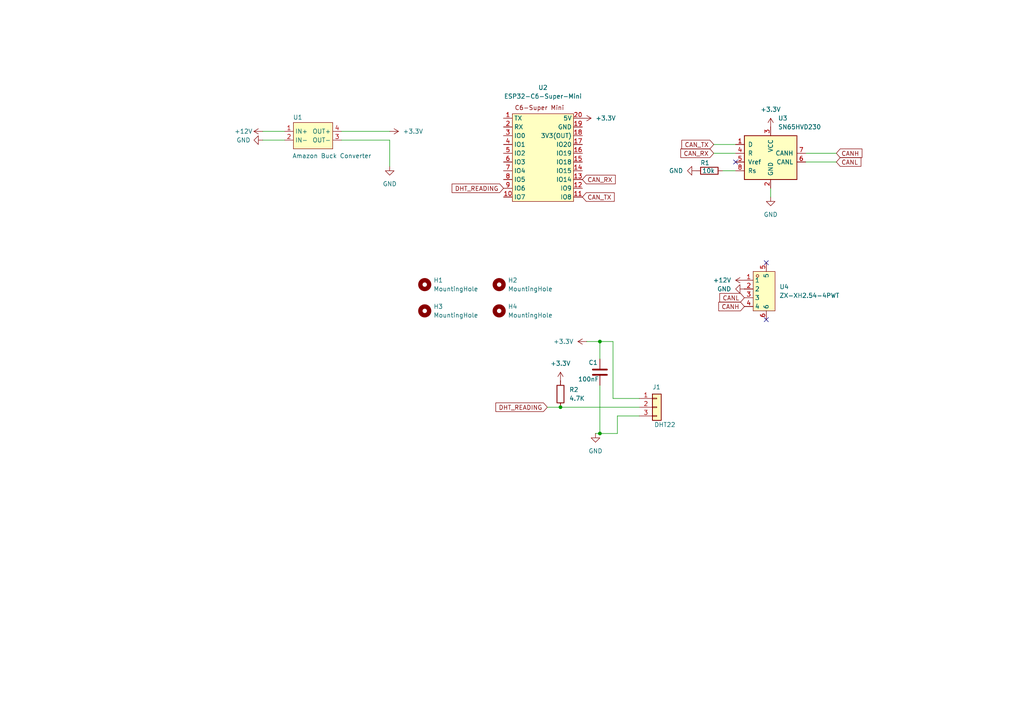
<source format=kicad_sch>
(kicad_sch (version 20250114) (generator "eeschema") (generator_version "9.0")
  (paper "A4")
  (lib_symbols
    (symbol "Connector_Generic:Conn_01x03" (pin_names (offset 1.016) (hide yes))
      (property "Reference" "J" (at 0 5.08 0))
      (property "Value" "Conn_01x03" (at 0 -5.08 0))
      (symbol "Conn_01x03_1_1"
        (rectangle (start -1.27 3.81) (end 1.27 -3.81) (stroke (width 0.254)) (fill (type background)))
        (rectangle (start -1.27 2.667) (end 0 2.413) (stroke (width 0.1524)))
        (rectangle (start -1.27 0.127) (end 0 -0.127) (stroke (width 0.1524)))
        (rectangle (start -1.27 -2.413) (end 0 -2.667) (stroke (width 0.1524)))
        (pin passive line (at -5.08 2.54 0) (length 3.81) (name "Pin_1") (number "1"))
        (pin passive line (at -5.08 0 0) (length 3.81) (name "Pin_2") (number "2"))
        (pin passive line (at -5.08 -2.54 0) (length 3.81) (name "Pin_3") (number "3"))
      )
    )
    (symbol "Device:C" (pin_numbers (hide yes)) (pin_names (offset 0.254))
      (property "Reference" "C" (at 0.635 2.54 0))
      (property "Value" "C" (at 0.635 -2.54 0))
      (symbol "C_0_1"
        (polyline (pts (xy -2.032 0.762) (xy 2.032 0.762)) (stroke (width 0.508)))
        (polyline (pts (xy -2.032 -0.762) (xy 2.032 -0.762)) (stroke (width 0.508)))
      )
      (symbol "C_1_1"
        (pin passive line (at 0 3.81 270) (length 2.794) (name "~") (number "1"))
        (pin passive line (at 0 -3.81 90) (length 2.794) (name "~") (number "2"))
      )
    )
    (symbol "Device:R" (pin_numbers (hide yes)) (pin_names (offset 0))
      (property "Reference" "R" (at 2.032 0 90))
      (property "Value" "R" (at 0 0 90))
      (symbol "R_0_1"
        (rectangle (start -1.016 -2.54) (end 1.016 2.54) (stroke (width 0.254)))
      )
      (symbol "R_1_1"
        (pin passive line (at 0 3.81 270) (length 1.27) (name "~") (number "1"))
        (pin passive line (at 0 -3.81 90) (length 1.27) (name "~") (number "2"))
      )
    )
    (symbol "Interface_CAN_LIN:SN65HVD230" (pin_names (offset 1.016))
      (property "Reference" "U" (at -2.54 10.16 0))
      (property "Value" "SN65HVD230" (at -2.54 7.62 0))
      (symbol "SN65HVD230_0_1"
        (rectangle (start -7.62 5.08) (end 7.62 -7.62) (stroke (width 0.254)) (fill (type background)))
      )
      (symbol "SN65HVD230_1_1"
        (pin input line (at -10.16 2.54 0) (length 2.54) (name "D") (number "1"))
        (pin output line (at -10.16 0 0) (length 2.54) (name "R") (number "4"))
        (pin output line (at -10.16 -2.54 0) (length 2.54) (name "Vref") (number "5"))
        (pin input line (at -10.16 -5.08 0) (length 2.54) (name "Rs") (number "8"))
        (pin power_in line (at 0 7.62 270) (length 2.54) (name "VCC") (number "3"))
        (pin power_in line (at 0 -10.16 90) (length 2.54) (name "GND") (number "2"))
        (pin bidirectional line (at 10.16 0 180) (length 2.54) (name "CANH") (number "7"))
        (pin bidirectional line (at 10.16 -2.54 180) (length 2.54) (name "CANL") (number "6"))
      )
    )
    (symbol "LCSC:ZX-XH2.54-4PWT"
      (property "Reference" "U" (at 0 13.97 0))
      (property "Value" "ZX-XH2.54-4PWT" (at 0 -12.7 0))
      (symbol "ZX-XH2.54-4PWT_0_1"
        (rectangle (start -1.27 6.35) (end 5.08 -5.08) (fill (type background)))
        (circle (center 0 5.08) (radius 0.38))
        (pin unspecified line (at -3.81 3.81 0) (length 2.54) (name "1") (number "1"))
        (pin unspecified line (at -3.81 1.27 0) (length 2.54) (name "2") (number "2"))
        (pin unspecified line (at -3.81 -1.27 0) (length 2.54) (name "3") (number "3"))
        (pin unspecified line (at -3.81 -3.81 0) (length 2.54) (name "4") (number "4"))
        (pin unspecified line (at 2.54 8.89 270) (length 2.54) (name "5") (number "5"))
        (pin unspecified line (at 2.54 -7.62 90) (length 2.54) (name "6") (number "6"))
      )
    )
    (symbol "Mechanical:MountingHole" (pin_names (offset 1.016)) (in_bom no)
      (property "Reference" "H" (at 0 5.08 0))
      (property "Value" "MountingHole" (at 0 3.175 0))
      (symbol "MountingHole_0_1"
        (circle (center 0 0) (radius 1.27) (stroke (width 1.27)))
      )
    )
    (symbol "RF_Module:ESP32-C6-Super-Mini"
      (property "Reference" "U" (at 0 0 0))
      (symbol "ESP32-C6-Super-Mini_1_1"
        (rectangle (start 7.62 29.21) (end 25.4 3.81) (fill (type background)))
        (text "C6-Super Mini" (at 15.494 30.988 0) (effects (font (size 1.27 1.27))))
        (pin input line (at 5.08 27.94 0) (length 2.54) (name "TX") (number "1"))
        (pin input line (at 5.08 25.4 0) (length 2.54) (name "RX") (number "2"))
        (pin input line (at 5.08 22.86 0) (length 2.54) (name "IO0") (number "3"))
        (pin input line (at 5.08 20.32 0) (length 2.54) (name "IO1") (number "4"))
        (pin input line (at 5.08 17.78 0) (length 2.54) (name "IO2") (number "5"))
        (pin input line (at 5.08 15.24 0) (length 2.54) (name "IO3") (number "6"))
        (pin input line (at 5.08 12.7 0) (length 2.54) (name "IO4") (number "7"))
        (pin input line (at 5.08 10.16 0) (length 2.54) (name "IO5") (number "8"))
        (pin input line (at 5.08 7.62 0) (length 2.54) (name "IO6") (number "9"))
        (pin input line (at 5.08 5.08 0) (length 2.54) (name "IO7") (number "10"))
        (pin input line (at 27.94 27.94 180) (length 2.54) (name "5V") (number "20"))
        (pin input line (at 27.94 25.4 180) (length 2.54) (name "GND") (number "19"))
        (pin input line (at 27.94 22.86 180) (length 2.54) (name "3V3(OUT)") (number "18"))
        (pin input line (at 27.94 20.32 180) (length 2.54) (name "IO20") (number "17"))
        (pin input line (at 27.94 17.78 180) (length 2.54) (name "IO19") (number "16"))
        (pin input line (at 27.94 15.24 180) (length 2.54) (name "IO18") (number "15"))
        (pin input line (at 27.94 12.7 180) (length 2.54) (name "IO15") (number "14"))
        (pin input line (at 27.94 10.16 180) (length 2.54) (name "IO14") (number "13"))
        (pin input line (at 27.94 7.62 180) (length 2.54) (name "IO9") (number "12"))
        (pin input line (at 27.94 5.08 180) (length 2.54) (name "IO8") (number "11"))
      )
    )
    (symbol "Regulator_Switching:AmazonBuckConverter"
      (property "Reference" "U" (at 0 0 0))
      (symbol "AmazonBuckConverter_1_1"
        (rectangle (start 0 10.16) (end 11.43 2.54) (fill (type background)))
        (pin input line (at -2.54 7.62 0) (length 2.54) (name "IN+") (number "1"))
        (pin input line (at -2.54 5.08 0) (length 2.54) (name "IN-") (number "2"))
        (pin input line (at 13.97 7.62 180) (length 2.54) (name "OUT+") (number "4"))
        (pin input line (at 13.97 5.08 180) (length 2.54) (name "OUT-") (number "3"))
      )
    )
    (symbol "power:+12V" (power) (pin_numbers (hide yes)) (pin_names (offset 0) (hide yes))
      (property "Value" "+12V" (at 0 3.556 0))
      (symbol "+12V_0_1"
        (polyline (pts (xy -0.762 1.27) (xy 0 2.54)))
        (polyline (pts (xy 0 2.54) (xy 0.762 1.27)))
        (polyline (pts (xy 0 0) (xy 0 2.54)))
      )
      (symbol "+12V_1_1"
        (pin power_in line (at 0 0 90) (length 0) (name "~") (number "1"))
      )
    )
    (symbol "power:+3.3V" (power) (pin_numbers (hide yes)) (pin_names (offset 0) (hide yes))
      (property "Value" "+3.3V" (at 0 3.556 0))
      (symbol "+3.3V_0_1"
        (polyline (pts (xy -0.762 1.27) (xy 0 2.54)))
        (polyline (pts (xy 0 2.54) (xy 0.762 1.27)))
        (polyline (pts (xy 0 0) (xy 0 2.54)))
      )
      (symbol "+3.3V_1_1"
        (pin power_in line (at 0 0 90) (length 0) (name "~") (number "1"))
      )
    )
    (symbol "power:GND" (power) (pin_numbers (hide yes)) (pin_names (offset 0) (hide yes))
      (property "Value" "GND" (at 0 -3.81 0))
      (symbol "GND_0_1"
        (polyline (pts (xy 0 0) (xy 0 -1.27) (xy 1.27 -1.27) (xy 0 -2.54) (xy -1.27 -1.27) (xy 0 -1.27)))
      )
      (symbol "GND_1_1"
        (pin power_in line (at 0 0 270) (length 0) (name "~") (number "1"))
      )
    )
  )
  (junction (at 162.56 118.11))
  (junction (at 173.99 125.73))
  (junction (at 173.99 99.06))
  (no_connect (at 222.25 76.2))
  (no_connect (at 222.25 92.71))
  (no_connect (at 213.36 46.99))
  (wire (pts (xy 179.07 125.73) (xy 179.07 120.65)))
  (wire (pts (xy 173.99 111.76) (xy 173.99 125.73)))
  (wire (pts (xy 242.57 44.45) (xy 233.68 44.45)))
  (wire (pts (xy 209.55 49.53) (xy 213.36 49.53)))
  (wire (pts (xy 173.99 125.73) (xy 179.07 125.73)))
  (wire (pts (xy 76.2 40.64) (xy 82.55 40.64)))
  (wire (pts (xy 242.57 46.99) (xy 233.68 46.99)))
  (wire (pts (xy 173.99 99.06) (xy 173.99 104.14)))
  (wire (pts (xy 113.03 38.1) (xy 99.06 38.1)))
  (wire (pts (xy 172.72 125.73) (xy 173.99 125.73)))
  (wire (pts (xy 207.01 41.91) (xy 213.36 41.91)))
  (wire (pts (xy 179.07 120.65) (xy 185.42 120.65)))
  (wire (pts (xy 170.18 99.06) (xy 173.99 99.06)))
  (wire (pts (xy 76.2 38.1) (xy 82.55 38.1)))
  (wire (pts (xy 113.03 40.64) (xy 113.03 48.26)))
  (wire (pts (xy 162.56 118.11) (xy 185.42 118.11)))
  (wire (pts (xy 177.8 115.57) (xy 185.42 115.57)))
  (wire (pts (xy 158.75 118.11) (xy 162.56 118.11)))
  (wire (pts (xy 223.52 57.15) (xy 223.52 54.61)))
  (wire (pts (xy 207.01 44.45) (xy 213.36 44.45)))
  (wire (pts (xy 173.99 99.06) (xy 177.8 99.06)))
  (wire (pts (xy 177.8 99.06) (xy 177.8 115.57)))
  (wire (pts (xy 99.06 40.64) (xy 113.03 40.64)))
  (global_label "DHT_READING" (shape input) (at 146.05 54.61 180) (property "Intersheetrefs" "${INTERSHEET_REFS}" (effects (hide yes))))
  (global_label "CAN_TX" (shape input) (at 207.01 41.91 180) (property "Intersheetrefs" "${INTERSHEET_REFS}" (effects (hide yes))))
  (global_label "DHT_READING" (shape input) (at 158.75 118.11 180) (property "Intersheetrefs" "${INTERSHEET_REFS}" (effects (hide yes))))
  (global_label "CANL" (shape input) (at 242.57 46.99 0) (property "Intersheetrefs" "${INTERSHEET_REFS}" (effects (hide yes))))
  (global_label "CAN_TX" (shape input) (at 168.91 57.15 0) (property "Intersheetrefs" "${INTERSHEET_REFS}" (effects (hide yes))))
  (global_label "CAN_RX" (shape input) (at 168.91 52.07 0) (property "Intersheetrefs" "${INTERSHEET_REFS}" (effects (hide yes))))
  (global_label "CANL" (shape input) (at 215.9 86.36 180) (property "Intersheetrefs" "${INTERSHEET_REFS}" (effects (hide yes))))
  (global_label "CANH" (shape input) (at 215.9 88.9 180) (property "Intersheetrefs" "${INTERSHEET_REFS}" (effects (hide yes))))
  (global_label "CAN_RX" (shape input) (at 207.01 44.45 180) (property "Intersheetrefs" "${INTERSHEET_REFS}" (effects (hide yes))))
  (global_label "CANH" (shape input) (at 242.57 44.45 0) (property "Intersheetrefs" "${INTERSHEET_REFS}" (effects (hide yes))))
  (symbol (lib_id "RF_Module:ESP32-C6-Super-Mini") (at 140.97 62.23 0) (unit 1)
    (property "Reference" "U2" (at 157.48 25.4 0))
    (property "Value" "ESP32-C6-Super-Mini" (at 157.48 27.94 0))
    (property "Footprint" "RF_Module:ESP32-C6-Super-Mini" (effects (hide yes)))
  )
  (symbol (lib_id "Connector_Generic:Conn_01x03") (at 190.5 118.11 0) (unit 1)
    (property "Reference" "J1" (at 189.23 112.268 0) (effects (justify left)))
    (property "Value" "DHT22" (at 189.738 123.19 0) (effects (justify left)))
    (property "Footprint" "Connector_PinHeader_2.54mm:PinHeader_1x03_P2.54mm_Vertical" (effects (hide yes)))
    (property "Description" "Generic connector, single row, 01x03, script generated (kicad-library-utils/schlib/autogen/connector/)" (effects (hide yes)))
  )
  (symbol (lib_id "Regulator_Switching:AmazonBuckConverter") (at 85.09 45.72 0) (unit 1)
    (property "Reference" "U1" (at 86.36 34.036 0))
    (property "Value" "Amazon Buck Converter" (at 96.266 45.212 0))
    (property "Footprint" "Converter_DCDC:AmazonBuckConverter" (effects (hide yes)))
  )
  (symbol (lib_id "power:GND") (at 172.72 125.73 0) (unit 1)
    (property "Reference" "#PWR09" (effects (hide yes)))
    (property "Value" "GND" (at 172.72 130.81 0))
    (property "Description" "Power symbol creates a global label with name \"GND\" , ground" (effects (hide yes)))
  )
  (symbol (lib_id "power:GND") (at 215.9 83.82 270) (unit 1)
    (property "Reference" "#PWR07" (effects (hide yes)))
    (property "Value" "GND" (at 212.09 83.8199 90) (effects (justify right)))
    (property "Description" "Power symbol creates a global label with name \"GND\" , ground" (effects (hide yes)))
  )
  (symbol (lib_id "power:GND") (at 201.93 49.53 270) (unit 1)
    (property "Reference" "#PWR0103" (effects (hide yes)))
    (property "Value" "GND" (at 198.12 49.5299 90) (effects (justify right)))
    (property "Description" "Power symbol creates a global label with name \"GND\" , ground" (effects (hide yes)))
  )
  (symbol (lib_id "power:GND") (at 76.2 40.64 270) (unit 1)
    (property "Reference" "#PWR01" (effects (hide yes)))
    (property "Value" "GND" (at 70.612 40.64 90))
    (property "Description" "Power symbol creates a global label with name \"GND\" , ground" (effects (hide yes)))
  )
  (symbol (lib_id "LCSC:ZX-XH2.54-4PWT") (at 219.71 85.09 0) (unit 1)
    (property "Reference" "U4" (at 226.06 83.1849 0) (effects (justify left)))
    (property "Value" "ZX-XH2.54-4PWT" (at 226.06 85.7249 0) (effects (justify left)))
    (property "Footprint" "easyeda2kicad:CONN-SMD_4P-P2.50-WAFER-254W-4P" (effects (hide yes)))
    (property "LCSC Part" "C7429673" (effects (hide yes)))
  )
  (symbol (lib_id "power:+12V") (at 76.2 38.1 90) (unit 1)
    (property "Reference" "#PWR02" (effects (hide yes)))
    (property "Value" "+12V" (at 70.612 38.1 90))
    (property "Description" "Power symbol creates a global label with name \"+12V\"" (effects (hide yes)))
  )
  (symbol (lib_id "power:+3.3V") (at 162.56 110.49 0) (unit 1)
    (property "Reference" "#PWR010" (effects (hide yes)))
    (property "Value" "+3.3V" (at 162.56 105.41 0))
    (property "Description" "Power symbol creates a global label with name \"+3.3V\"" (effects (hide yes)))
  )
  (symbol (lib_id "Interface_CAN_LIN:SN65HVD230") (at 223.52 44.45 0) (unit 1)
    (property "Reference" "U3" (at 225.6633 34.29 0) (effects (justify left)))
    (property "Value" "SN65HVD230" (at 225.6633 36.83 0) (effects (justify left)))
    (property "Footprint" "Package_SO:SOIC-8_3.9x4.9mm_P1.27mm" (effects (hide yes)))
    (property "Datasheet" "http://www.ti.com/lit/ds/symlink/sn65hvd230.pdf" (effects (hide yes)))
    (property "Description" "CAN Bus Transceivers, 3.3V, 1Mbps, Low-Power capabilities, SOIC-8" (effects (hide yes)))
  )
  (symbol (lib_id "Mechanical:MountingHole") (at 144.78 90.17 0) (unit 1) (in_bom no)
    (property "Reference" "H4" (at 147.32 88.8999 0) (effects (justify left)))
    (property "Value" "MountingHole" (at 147.32 91.4399 0) (effects (justify left)))
    (property "Footprint" "MountingHole:MountingHole_2.5mm" (effects (hide yes)))
    (property "Description" "Mounting Hole without connection" (effects (hide yes)))
  )
  (symbol (lib_id "Device:C") (at 173.99 107.95 0) (unit 1)
    (property "Reference" "C1" (at 170.688 105.156 0) (effects (justify left)))
    (property "Value" "100nF" (at 167.64 109.982 0) (effects (justify left)))
    (property "Footprint" "Capacitor_SMD:C_1206_3216Metric_Pad1.33x1.80mm_HandSolder" (effects (hide yes)))
    (property "Description" "Unpolarized capacitor" (effects (hide yes)))
  )
  (symbol (lib_id "power:+3.3V") (at 170.18 99.06 90) (unit 1)
    (property "Reference" "#PWR08" (effects (hide yes)))
    (property "Value" "+3.3V" (at 166.37 99.0599 90) (effects (justify left)))
    (property "Description" "Power symbol creates a global label with name \"+3.3V\"" (effects (hide yes)))
  )
  (symbol (lib_id "power:GND") (at 113.03 48.26 0) (unit 1)
    (property "Reference" "#PWR04" (effects (hide yes)))
    (property "Value" "GND" (at 113.03 53.34 0))
    (property "Description" "Power symbol creates a global label with name \"GND\" , ground" (effects (hide yes)))
  )
  (symbol (lib_id "Device:R") (at 162.56 114.3 0) (unit 1)
    (property "Reference" "R2" (at 165.1 113.0299 0) (effects (justify left)))
    (property "Value" "4.7K" (at 165.1 115.5699 0) (effects (justify left)))
    (property "Footprint" "Capacitor_SMD:C_1206_3216Metric_Pad1.33x1.80mm_HandSolder" (effects (hide yes)))
    (property "Description" "Resistor" (effects (hide yes)))
  )
  (symbol (lib_id "Mechanical:MountingHole") (at 123.19 90.17 0) (unit 1) (in_bom no)
    (property "Reference" "H3" (at 125.73 88.8999 0) (effects (justify left)))
    (property "Value" "MountingHole" (at 125.73 91.4399 0) (effects (justify left)))
    (property "Footprint" "MountingHole:MountingHole_2.5mm" (effects (hide yes)))
    (property "Description" "Mounting Hole without connection" (effects (hide yes)))
  )
  (symbol (lib_id "Mechanical:MountingHole") (at 123.19 82.55 0) (unit 1) (in_bom no)
    (property "Reference" "H1" (at 125.73 81.2799 0) (effects (justify left)))
    (property "Value" "MountingHole" (at 125.73 83.8199 0) (effects (justify left)))
    (property "Footprint" "MountingHole:MountingHole_2.5mm" (effects (hide yes)))
    (property "Description" "Mounting Hole without connection" (effects (hide yes)))
  )
  (symbol (lib_id "power:+3.3V") (at 113.03 38.1 270) (unit 1)
    (property "Reference" "#PWR03" (effects (hide yes)))
    (property "Value" "+3.3V" (at 116.84 38.0999 90) (effects (justify left)))
    (property "Description" "Power symbol creates a global label with name \"+3.3V\"" (effects (hide yes)))
  )
  (symbol (lib_id "power:+12V") (at 215.9 81.28 90) (unit 1)
    (property "Reference" "#PWR06" (effects (hide yes)))
    (property "Value" "+12V" (at 212.09 81.2799 90) (effects (justify left)))
    (property "Description" "Power symbol creates a global label with name \"+12V\"" (effects (hide yes)))
  )
  (symbol (lib_id "Mechanical:MountingHole") (at 144.78 82.55 0) (unit 1) (in_bom no)
    (property "Reference" "H2" (at 147.32 81.2799 0) (effects (justify left)))
    (property "Value" "MountingHole" (at 147.32 83.8199 0) (effects (justify left)))
    (property "Footprint" "MountingHole:MountingHole_2.5mm" (effects (hide yes)))
    (property "Description" "Mounting Hole without connection" (effects (hide yes)))
  )
  (symbol (lib_id "power:+3.3V") (at 223.52 36.83 0) (unit 1)
    (property "Reference" "#PWR0102" (effects (hide yes)))
    (property "Value" "+3.3V" (at 223.52 31.75 0))
    (property "Description" "Power symbol creates a global label with name \"+3.3V\"" (effects (hide yes)))
  )
  (symbol (lib_id "power:GND") (at 223.52 57.15 0) (unit 1)
    (property "Reference" "#PWR0101" (effects (hide yes)))
    (property "Value" "GND" (at 223.52 62.23 0))
    (property "Description" "Power symbol creates a global label with name \"GND\" , ground" (effects (hide yes)))
  )
  (symbol (lib_id "Device:R") (at 205.74 49.53 90) (unit 1)
    (property "Reference" "R1" (at 204.47 47.244 90))
    (property "Value" "10k" (at 205.486 49.53 90))
    (property "Footprint" "Resistor_SMD:R_1206_3216Metric_Pad1.30x1.75mm_HandSolder" (effects (hide yes)))
    (property "Description" "Resistor" (effects (hide yes)))
  )
  (symbol (lib_id "power:+3.3V") (at 168.91 34.29 270) (unit 1)
    (property "Reference" "#PWR05" (effects (hide yes)))
    (property "Value" "+3.3V" (at 172.72 34.2899 90) (effects (justify left)))
    (property "Description" "Power symbol creates a global label with name \"+3.3V\"" (effects (hide yes)))
  )
)
</source>
